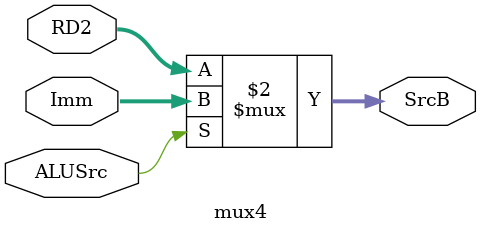
<source format=v>
module mux4(
    output [31:0] SrcB,
    input ALUSrc,
    input [31:0] RD2,
    input [31:0] Imm
);
    assign
        SrcB = (ALUSrc==0) ? RD2 : Imm;
endmodule
</source>
